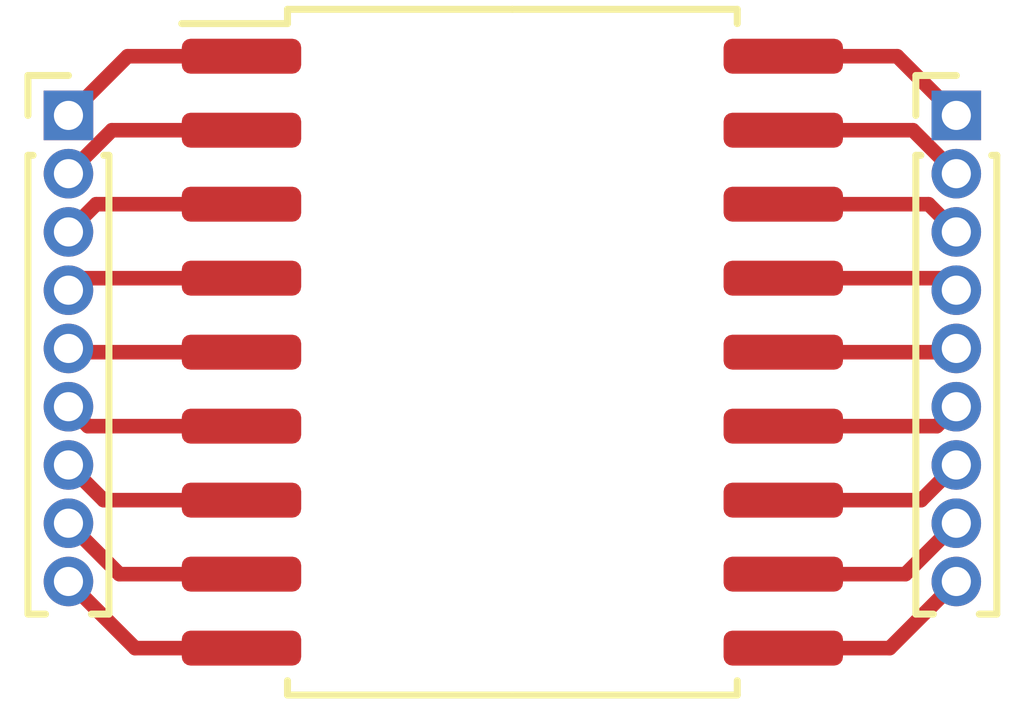
<source format=kicad_pcb>
(kicad_pcb (version 20171130) (host pcbnew "(5.1.9)-1")

  (general
    (thickness 1.6)
    (drawings 0)
    (tracks 36)
    (zones 0)
    (modules 3)
    (nets 1)
  )

  (page A4)
  (layers
    (0 F.Cu signal)
    (31 B.Cu signal)
    (32 B.Adhes user)
    (33 F.Adhes user)
    (34 B.Paste user)
    (35 F.Paste user)
    (36 B.SilkS user)
    (37 F.SilkS user)
    (38 B.Mask user)
    (39 F.Mask user)
    (40 Dwgs.User user hide)
    (41 Cmts.User user hide)
    (42 Eco1.User user)
    (43 Eco2.User user)
    (44 Edge.Cuts user)
    (45 Margin user)
    (46 B.CrtYd user)
    (47 F.CrtYd user)
    (48 B.Fab user)
    (49 F.Fab user hide)
  )

  (setup
    (last_trace_width 0.25)
    (trace_clearance 0.2)
    (zone_clearance 0.508)
    (zone_45_only no)
    (trace_min 0.2)
    (via_size 0.8)
    (via_drill 0.4)
    (via_min_size 0.4)
    (via_min_drill 0.3)
    (uvia_size 0.3)
    (uvia_drill 0.1)
    (uvias_allowed no)
    (uvia_min_size 0.2)
    (uvia_min_drill 0.1)
    (edge_width 0.05)
    (segment_width 0.2)
    (pcb_text_width 0.3)
    (pcb_text_size 1.5 1.5)
    (mod_edge_width 0.12)
    (mod_text_size 1 1)
    (mod_text_width 0.15)
    (pad_size 1.524 1.524)
    (pad_drill 0.762)
    (pad_to_mask_clearance 0)
    (aux_axis_origin 0 0)
    (visible_elements FFFFFF7F)
    (pcbplotparams
      (layerselection 0x010fc_ffffffff)
      (usegerberextensions false)
      (usegerberattributes true)
      (usegerberadvancedattributes true)
      (creategerberjobfile true)
      (excludeedgelayer true)
      (linewidth 0.100000)
      (plotframeref false)
      (viasonmask false)
      (mode 1)
      (useauxorigin false)
      (hpglpennumber 1)
      (hpglpenspeed 20)
      (hpglpendiameter 15.000000)
      (psnegative false)
      (psa4output false)
      (plotreference true)
      (plotvalue true)
      (plotinvisibletext false)
      (padsonsilk false)
      (subtractmaskfromsilk false)
      (outputformat 1)
      (mirror false)
      (drillshape 0)
      (scaleselection 1)
      (outputdirectory "plots"))
  )

  (net 0 "")

  (net_class Default "This is the default net class."
    (clearance 0.2)
    (trace_width 0.25)
    (via_dia 0.8)
    (via_drill 0.4)
    (uvia_dia 0.3)
    (uvia_drill 0.1)
  )

  (module Connector_PinHeader_1.00mm:PinHeader_1x09_P1.00mm_Vertical (layer F.Cu) (tedit 59FED738) (tstamp 61352561)
    (at 139.7 78.74)
    (descr "Through hole straight pin header, 1x09, 1.00mm pitch, single row")
    (tags "Through hole pin header THT 1x09 1.00mm single row")
    (fp_text reference REF** (at 0 -1.56) (layer Cmts.User)
      (effects (font (size 1 1) (thickness 0.15)))
    )
    (fp_text value PinHeader_1x09_P1.00mm_Vertical (at 0 9.56) (layer F.Fab)
      (effects (font (size 1 1) (thickness 0.15)))
    )
    (fp_line (start -0.3175 -0.5) (end 0.635 -0.5) (layer F.Fab) (width 0.1))
    (fp_line (start 0.635 -0.5) (end 0.635 8.5) (layer F.Fab) (width 0.1))
    (fp_line (start 0.635 8.5) (end -0.635 8.5) (layer F.Fab) (width 0.1))
    (fp_line (start -0.635 8.5) (end -0.635 -0.1825) (layer F.Fab) (width 0.1))
    (fp_line (start -0.635 -0.1825) (end -0.3175 -0.5) (layer F.Fab) (width 0.1))
    (fp_line (start -0.695 8.56) (end -0.394493 8.56) (layer F.SilkS) (width 0.12))
    (fp_line (start 0.394493 8.56) (end 0.695 8.56) (layer F.SilkS) (width 0.12))
    (fp_line (start -0.695 0.685) (end -0.695 8.56) (layer F.SilkS) (width 0.12))
    (fp_line (start 0.695 0.685) (end 0.695 8.56) (layer F.SilkS) (width 0.12))
    (fp_line (start -0.695 0.685) (end -0.608276 0.685) (layer F.SilkS) (width 0.12))
    (fp_line (start 0.608276 0.685) (end 0.695 0.685) (layer F.SilkS) (width 0.12))
    (fp_line (start -0.695 0) (end -0.695 -0.685) (layer F.SilkS) (width 0.12))
    (fp_line (start -0.695 -0.685) (end 0 -0.685) (layer F.SilkS) (width 0.12))
    (fp_line (start -1.15 -1) (end -1.15 9) (layer F.CrtYd) (width 0.05))
    (fp_line (start -1.15 9) (end 1.15 9) (layer F.CrtYd) (width 0.05))
    (fp_line (start 1.15 9) (end 1.15 -1) (layer F.CrtYd) (width 0.05))
    (fp_line (start 1.15 -1) (end -1.15 -1) (layer F.CrtYd) (width 0.05))
    (fp_text user %R (at 0 4 90) (layer F.Fab)
      (effects (font (size 0.76 0.76) (thickness 0.114)))
    )
    (pad 1 thru_hole rect (at 0 0) (size 0.85 0.85) (drill 0.5) (layers *.Cu *.Mask))
    (pad 2 thru_hole oval (at 0 1) (size 0.85 0.85) (drill 0.5) (layers *.Cu *.Mask))
    (pad 3 thru_hole oval (at 0 2) (size 0.85 0.85) (drill 0.5) (layers *.Cu *.Mask))
    (pad 4 thru_hole oval (at 0 3) (size 0.85 0.85) (drill 0.5) (layers *.Cu *.Mask))
    (pad 5 thru_hole oval (at 0 4) (size 0.85 0.85) (drill 0.5) (layers *.Cu *.Mask))
    (pad 6 thru_hole oval (at 0 5) (size 0.85 0.85) (drill 0.5) (layers *.Cu *.Mask))
    (pad 7 thru_hole oval (at 0 6) (size 0.85 0.85) (drill 0.5) (layers *.Cu *.Mask))
    (pad 8 thru_hole oval (at 0 7) (size 0.85 0.85) (drill 0.5) (layers *.Cu *.Mask))
    (pad 9 thru_hole oval (at 0 8) (size 0.85 0.85) (drill 0.5) (layers *.Cu *.Mask))
    (model ${KISYS3DMOD}/Connector_PinHeader_1.00mm.3dshapes/PinHeader_1x09_P1.00mm_Vertical.wrl
      (at (xyz 0 0 0))
      (scale (xyz 1 1 1))
      (rotate (xyz 0 0 0))
    )
  )

  (module Connector_PinHeader_1.00mm:PinHeader_1x09_P1.00mm_Vertical (layer F.Cu) (tedit 59FED738) (tstamp 61352412)
    (at 124.46 78.74)
    (descr "Through hole straight pin header, 1x09, 1.00mm pitch, single row")
    (tags "Through hole pin header THT 1x09 1.00mm single row")
    (fp_text reference REF** (at 0 -1.56) (layer Cmts.User)
      (effects (font (size 1 1) (thickness 0.15)))
    )
    (fp_text value PinHeader_1x09_P1.00mm_Vertical (at 0 9.56) (layer F.Fab)
      (effects (font (size 1 1) (thickness 0.15)))
    )
    (fp_text user %R (at 0 4 90) (layer F.Fab)
      (effects (font (size 0.76 0.76) (thickness 0.114)))
    )
    (fp_line (start -0.3175 -0.5) (end 0.635 -0.5) (layer F.Fab) (width 0.1))
    (fp_line (start 0.635 -0.5) (end 0.635 8.5) (layer F.Fab) (width 0.1))
    (fp_line (start 0.635 8.5) (end -0.635 8.5) (layer F.Fab) (width 0.1))
    (fp_line (start -0.635 8.5) (end -0.635 -0.1825) (layer F.Fab) (width 0.1))
    (fp_line (start -0.635 -0.1825) (end -0.3175 -0.5) (layer F.Fab) (width 0.1))
    (fp_line (start -0.695 8.56) (end -0.394493 8.56) (layer F.SilkS) (width 0.12))
    (fp_line (start 0.394493 8.56) (end 0.695 8.56) (layer F.SilkS) (width 0.12))
    (fp_line (start -0.695 0.685) (end -0.695 8.56) (layer F.SilkS) (width 0.12))
    (fp_line (start 0.695 0.685) (end 0.695 8.56) (layer F.SilkS) (width 0.12))
    (fp_line (start -0.695 0.685) (end -0.608276 0.685) (layer F.SilkS) (width 0.12))
    (fp_line (start 0.608276 0.685) (end 0.695 0.685) (layer F.SilkS) (width 0.12))
    (fp_line (start -0.695 0) (end -0.695 -0.685) (layer F.SilkS) (width 0.12))
    (fp_line (start -0.695 -0.685) (end 0 -0.685) (layer F.SilkS) (width 0.12))
    (fp_line (start -1.15 -1) (end -1.15 9) (layer F.CrtYd) (width 0.05))
    (fp_line (start -1.15 9) (end 1.15 9) (layer F.CrtYd) (width 0.05))
    (fp_line (start 1.15 9) (end 1.15 -1) (layer F.CrtYd) (width 0.05))
    (fp_line (start 1.15 -1) (end -1.15 -1) (layer F.CrtYd) (width 0.05))
    (pad 9 thru_hole oval (at 0 8) (size 0.85 0.85) (drill 0.5) (layers *.Cu *.Mask))
    (pad 8 thru_hole oval (at 0 7) (size 0.85 0.85) (drill 0.5) (layers *.Cu *.Mask))
    (pad 7 thru_hole oval (at 0 6) (size 0.85 0.85) (drill 0.5) (layers *.Cu *.Mask))
    (pad 6 thru_hole oval (at 0 5) (size 0.85 0.85) (drill 0.5) (layers *.Cu *.Mask))
    (pad 5 thru_hole oval (at 0 4) (size 0.85 0.85) (drill 0.5) (layers *.Cu *.Mask))
    (pad 4 thru_hole oval (at 0 3) (size 0.85 0.85) (drill 0.5) (layers *.Cu *.Mask))
    (pad 3 thru_hole oval (at 0 2) (size 0.85 0.85) (drill 0.5) (layers *.Cu *.Mask))
    (pad 2 thru_hole oval (at 0 1) (size 0.85 0.85) (drill 0.5) (layers *.Cu *.Mask))
    (pad 1 thru_hole rect (at 0 0) (size 0.85 0.85) (drill 0.5) (layers *.Cu *.Mask))
    (model ${KISYS3DMOD}/Connector_PinHeader_1.00mm.3dshapes/PinHeader_1x09_P1.00mm_Vertical.wrl
      (at (xyz 0 0 0))
      (scale (xyz 1 1 1))
      (rotate (xyz 0 0 0))
    )
  )

  (module Package_SO:SOIC-18W_7.5x11.6mm_P1.27mm (layer F.Cu) (tedit 5D9F72B1) (tstamp 61351FBD)
    (at 132.08 82.804)
    (descr "SOIC, 18 Pin (JEDEC MS-013AB, https://www.analog.com/media/en/package-pcb-resources/package/33254132129439rw_18.pdf), generated with kicad-footprint-generator ipc_gullwing_generator.py")
    (tags "SOIC SO")
    (attr smd)
    (fp_text reference REF** (at 0 -6.72) (layer Cmts.User)
      (effects (font (size 1 1) (thickness 0.15)))
    )
    (fp_text value SOIC-18W_7.5x11.6mm_P1.27mm (at 0 6.72) (layer F.Fab)
      (effects (font (size 1 1) (thickness 0.15)))
    )
    (fp_text user %R (at 0 0) (layer F.Fab)
      (effects (font (size 1 1) (thickness 0.15)))
    )
    (fp_line (start 0 5.885) (end 3.86 5.885) (layer F.SilkS) (width 0.12))
    (fp_line (start 3.86 5.885) (end 3.86 5.64) (layer F.SilkS) (width 0.12))
    (fp_line (start 0 5.885) (end -3.86 5.885) (layer F.SilkS) (width 0.12))
    (fp_line (start -3.86 5.885) (end -3.86 5.64) (layer F.SilkS) (width 0.12))
    (fp_line (start 0 -5.885) (end 3.86 -5.885) (layer F.SilkS) (width 0.12))
    (fp_line (start 3.86 -5.885) (end 3.86 -5.64) (layer F.SilkS) (width 0.12))
    (fp_line (start 0 -5.885) (end -3.86 -5.885) (layer F.SilkS) (width 0.12))
    (fp_line (start -3.86 -5.885) (end -3.86 -5.64) (layer F.SilkS) (width 0.12))
    (fp_line (start -3.86 -5.64) (end -5.675 -5.64) (layer F.SilkS) (width 0.12))
    (fp_line (start -2.75 -5.775) (end 3.75 -5.775) (layer F.Fab) (width 0.1))
    (fp_line (start 3.75 -5.775) (end 3.75 5.775) (layer F.Fab) (width 0.1))
    (fp_line (start 3.75 5.775) (end -3.75 5.775) (layer F.Fab) (width 0.1))
    (fp_line (start -3.75 5.775) (end -3.75 -4.775) (layer F.Fab) (width 0.1))
    (fp_line (start -3.75 -4.775) (end -2.75 -5.775) (layer F.Fab) (width 0.1))
    (fp_line (start -5.93 -6.02) (end -5.93 6.02) (layer F.CrtYd) (width 0.05))
    (fp_line (start -5.93 6.02) (end 5.93 6.02) (layer F.CrtYd) (width 0.05))
    (fp_line (start 5.93 6.02) (end 5.93 -6.02) (layer F.CrtYd) (width 0.05))
    (fp_line (start 5.93 -6.02) (end -5.93 -6.02) (layer F.CrtYd) (width 0.05))
    (pad 18 smd roundrect (at 4.65 -5.08) (size 2.05 0.6) (layers F.Cu F.Paste F.Mask) (roundrect_rratio 0.25))
    (pad 17 smd roundrect (at 4.65 -3.81) (size 2.05 0.6) (layers F.Cu F.Paste F.Mask) (roundrect_rratio 0.25))
    (pad 16 smd roundrect (at 4.65 -2.54) (size 2.05 0.6) (layers F.Cu F.Paste F.Mask) (roundrect_rratio 0.25))
    (pad 15 smd roundrect (at 4.65 -1.27) (size 2.05 0.6) (layers F.Cu F.Paste F.Mask) (roundrect_rratio 0.25))
    (pad 14 smd roundrect (at 4.65 0) (size 2.05 0.6) (layers F.Cu F.Paste F.Mask) (roundrect_rratio 0.25))
    (pad 13 smd roundrect (at 4.65 1.27) (size 2.05 0.6) (layers F.Cu F.Paste F.Mask) (roundrect_rratio 0.25))
    (pad 12 smd roundrect (at 4.65 2.54) (size 2.05 0.6) (layers F.Cu F.Paste F.Mask) (roundrect_rratio 0.25))
    (pad 11 smd roundrect (at 4.65 3.81) (size 2.05 0.6) (layers F.Cu F.Paste F.Mask) (roundrect_rratio 0.25))
    (pad 10 smd roundrect (at 4.65 5.08) (size 2.05 0.6) (layers F.Cu F.Paste F.Mask) (roundrect_rratio 0.25))
    (pad 9 smd roundrect (at -4.65 5.08) (size 2.05 0.6) (layers F.Cu F.Paste F.Mask) (roundrect_rratio 0.25))
    (pad 8 smd roundrect (at -4.65 3.81) (size 2.05 0.6) (layers F.Cu F.Paste F.Mask) (roundrect_rratio 0.25))
    (pad 7 smd roundrect (at -4.65 2.54) (size 2.05 0.6) (layers F.Cu F.Paste F.Mask) (roundrect_rratio 0.25))
    (pad 6 smd roundrect (at -4.65 1.27) (size 2.05 0.6) (layers F.Cu F.Paste F.Mask) (roundrect_rratio 0.25))
    (pad 5 smd roundrect (at -4.65 0) (size 2.05 0.6) (layers F.Cu F.Paste F.Mask) (roundrect_rratio 0.25))
    (pad 4 smd roundrect (at -4.65 -1.27) (size 2.05 0.6) (layers F.Cu F.Paste F.Mask) (roundrect_rratio 0.25))
    (pad 3 smd roundrect (at -4.65 -2.54) (size 2.05 0.6) (layers F.Cu F.Paste F.Mask) (roundrect_rratio 0.25))
    (pad 2 smd roundrect (at -4.65 -3.81) (size 2.05 0.6) (layers F.Cu F.Paste F.Mask) (roundrect_rratio 0.25))
    (pad 1 smd roundrect (at -4.65 -5.08) (size 2.05 0.6) (layers F.Cu F.Paste F.Mask) (roundrect_rratio 0.25))
    (model ${KISYS3DMOD}/Package_SO.3dshapes/SOIC-18W_7.5x11.6mm_P1.27mm.wrl
      (at (xyz 0 0 0))
      (scale (xyz 1 1 1))
      (rotate (xyz 0 0 0))
    )
  )

  (segment (start 138.684 77.724) (end 139.7 78.74) (width 0.25) (layer F.Cu) (net 0))
  (segment (start 136.73 77.724) (end 138.684 77.724) (width 0.25) (layer F.Cu) (net 0))
  (segment (start 138.954 78.994) (end 139.7 79.74) (width 0.25) (layer F.Cu) (net 0))
  (segment (start 136.73 78.994) (end 138.954 78.994) (width 0.25) (layer F.Cu) (net 0))
  (segment (start 138.556 87.884) (end 139.7 86.74) (width 0.25) (layer F.Cu) (net 0))
  (segment (start 136.73 87.884) (end 138.556 87.884) (width 0.25) (layer F.Cu) (net 0))
  (segment (start 138.826 86.614) (end 139.7 85.74) (width 0.25) (layer F.Cu) (net 0))
  (segment (start 136.73 86.614) (end 138.826 86.614) (width 0.25) (layer F.Cu) (net 0))
  (segment (start 139.096 85.344) (end 139.7 84.74) (width 0.25) (layer F.Cu) (net 0))
  (segment (start 136.73 85.344) (end 139.096 85.344) (width 0.25) (layer F.Cu) (net 0))
  (segment (start 139.224 80.264) (end 139.7 80.74) (width 0.25) (layer F.Cu) (net 0))
  (segment (start 136.73 80.264) (end 139.224 80.264) (width 0.25) (layer F.Cu) (net 0))
  (segment (start 139.636 82.804) (end 139.7 82.74) (width 0.25) (layer F.Cu) (net 0))
  (segment (start 136.73 82.804) (end 139.636 82.804) (width 0.25) (layer F.Cu) (net 0))
  (segment (start 139.494 81.534) (end 139.7 81.74) (width 0.25) (layer F.Cu) (net 0))
  (segment (start 136.73 81.534) (end 139.494 81.534) (width 0.25) (layer F.Cu) (net 0))
  (segment (start 139.366 84.074) (end 139.7 83.74) (width 0.25) (layer F.Cu) (net 0))
  (segment (start 136.73 84.074) (end 139.366 84.074) (width 0.25) (layer F.Cu) (net 0))
  (segment (start 124.524 82.804) (end 124.46 82.74) (width 0.25) (layer F.Cu) (net 0))
  (segment (start 127.43 82.804) (end 124.524 82.804) (width 0.25) (layer F.Cu) (net 0))
  (segment (start 124.666 81.534) (end 124.46 81.74) (width 0.25) (layer F.Cu) (net 0))
  (segment (start 127.43 81.534) (end 124.666 81.534) (width 0.25) (layer F.Cu) (net 0))
  (segment (start 124.936 80.264) (end 124.46 80.74) (width 0.25) (layer F.Cu) (net 0))
  (segment (start 127.43 80.264) (end 124.936 80.264) (width 0.25) (layer F.Cu) (net 0))
  (segment (start 125.206 78.994) (end 124.46 79.74) (width 0.25) (layer F.Cu) (net 0))
  (segment (start 127.43 78.994) (end 125.206 78.994) (width 0.25) (layer F.Cu) (net 0))
  (segment (start 125.476 77.724) (end 124.46 78.74) (width 0.25) (layer F.Cu) (net 0))
  (segment (start 127.43 77.724) (end 125.476 77.724) (width 0.25) (layer F.Cu) (net 0))
  (segment (start 124.794 84.074) (end 124.46 83.74) (width 0.25) (layer F.Cu) (net 0))
  (segment (start 127.43 84.074) (end 124.794 84.074) (width 0.25) (layer F.Cu) (net 0))
  (segment (start 125.064 85.344) (end 124.46 84.74) (width 0.25) (layer F.Cu) (net 0))
  (segment (start 127.43 85.344) (end 125.064 85.344) (width 0.25) (layer F.Cu) (net 0))
  (segment (start 125.334 86.614) (end 124.46 85.74) (width 0.25) (layer F.Cu) (net 0))
  (segment (start 127.43 86.614) (end 125.334 86.614) (width 0.25) (layer F.Cu) (net 0))
  (segment (start 125.604 87.884) (end 124.46 86.74) (width 0.25) (layer F.Cu) (net 0))
  (segment (start 127.43 87.884) (end 125.604 87.884) (width 0.25) (layer F.Cu) (net 0))

)

</source>
